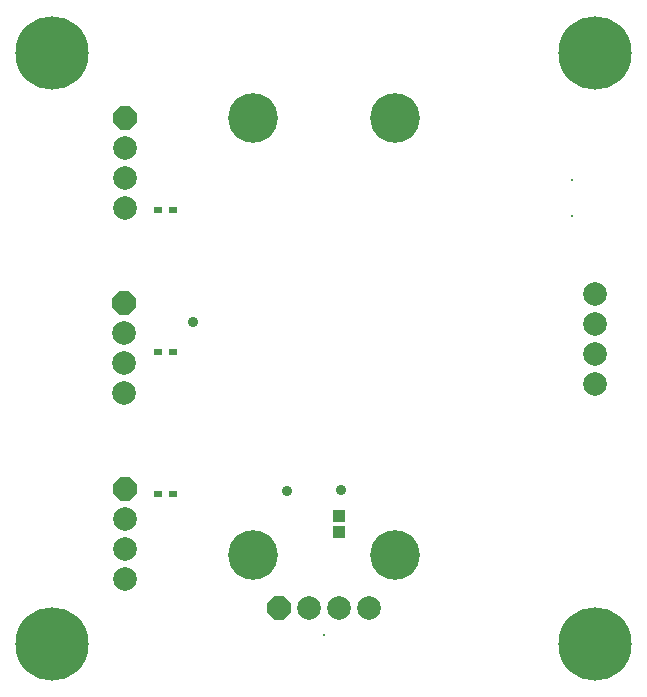
<source format=gbs>
G04 Layer_Color=16711935*
%FSLAX44Y44*%
%MOMM*%
G71*
G01*
G75*
%ADD27R,1.0532X1.0532*%
%ADD31C,2.0032*%
%ADD32P,2.1683X8X22.5*%
G04:AMPARAMS|DCode=33|XSize=0.2032mm|YSize=0.2032mm|CornerRadius=0mm|HoleSize=0mm|Usage=FLASHONLY|Rotation=0.000|XOffset=0mm|YOffset=0mm|HoleType=Round|Shape=RoundedRectangle|*
%AMROUNDEDRECTD33*
21,1,0.2032,0.2032,0,0,0.0*
21,1,0.2032,0.2032,0,0,0.0*
1,1,0.0000,0.1016,-0.1016*
1,1,0.0000,-0.1016,-0.1016*
1,1,0.0000,-0.1016,0.1016*
1,1,0.0000,0.1016,0.1016*
%
%ADD33ROUNDEDRECTD33*%
%ADD34P,2.1683X8X292.5*%
%ADD35C,6.2032*%
%ADD36C,4.2032*%
%ADD37C,0.2032*%
%ADD38C,0.9032*%
%ADD39R,0.7032X0.6032*%
D27*
X282750Y148250D02*
D03*
Y134250D02*
D03*
D31*
X308100Y70000D02*
D03*
X282700D02*
D03*
X257300D02*
D03*
X101500Y408850D02*
D03*
Y434250D02*
D03*
Y459650D02*
D03*
Y95050D02*
D03*
Y120450D02*
D03*
Y145850D02*
D03*
X101250Y252150D02*
D03*
Y277550D02*
D03*
Y302950D02*
D03*
X499500Y336100D02*
D03*
Y259900D02*
D03*
Y285300D02*
D03*
Y310700D02*
D03*
D32*
X231900Y70000D02*
D03*
D33*
X270000Y47200D02*
D03*
D34*
X101500Y485050D02*
D03*
Y171250D02*
D03*
X101250Y328350D02*
D03*
D35*
X500000Y540000D02*
D03*
X40000D02*
D03*
Y40000D02*
D03*
X500000D02*
D03*
D36*
X330000Y115000D02*
D03*
X210000D02*
D03*
X330000Y485000D02*
D03*
X210000D02*
D03*
D37*
X480000Y432500D02*
D03*
Y402500D02*
D03*
D38*
X239000Y169000D02*
D03*
X285000Y170000D02*
D03*
X159750Y312250D02*
D03*
D39*
X142750Y167000D02*
D03*
X129750D02*
D03*
X142750Y407500D02*
D03*
X129750D02*
D03*
X142750Y287000D02*
D03*
X129750D02*
D03*
M02*

</source>
